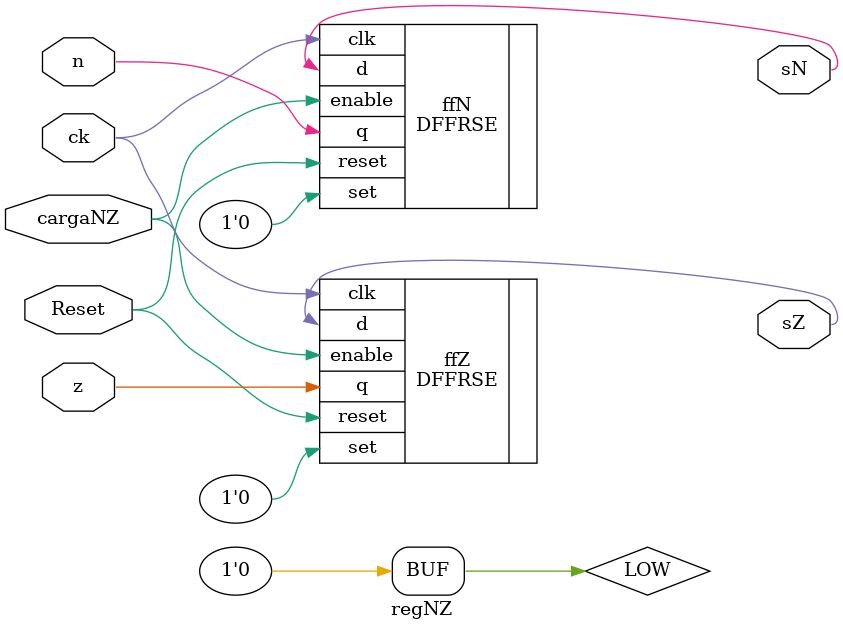
<source format=v>
module regNZ (
input	n,
input	z,
input	ck,
input 	Reset,
input   cargaNZ,
output  sN,
output  sZ);

	wire LOW, nReset;
	not(nReset, Reset);
	and(LOW, nReset, Reset);


    DFFRSE ffN	(	.q(n), 
					.d(sN), 
					.clk(ck), 
					.reset(Reset), 
					.set(LOW), 
					.enable(cargaNZ));
    
    DFFRSE ffZ	(	.q(z), 
					.d(sZ), 
					.clk(ck), 
					.reset(Reset), 
					.set(LOW), 
					.enable(cargaNZ));

endmodule
</source>
